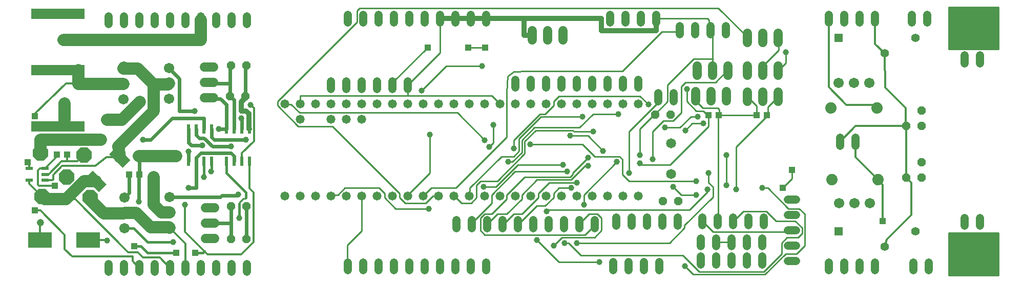
<source format=gbl>
G75*
%MOIN*%
%OFA0B0*%
%FSLAX25Y25*%
%IPPOS*%
%LPD*%
%AMOC8*
5,1,8,0,0,1.08239X$1,22.5*
%
%ADD10OC8,0.05200*%
%ADD11C,0.06000*%
%ADD12OC8,0.10000*%
%ADD13C,0.05800*%
%ADD14C,0.06750*%
%ADD15R,0.02100X0.06300*%
%ADD16C,0.06500*%
%ADD17C,0.05200*%
%ADD18R,0.15748X0.09843*%
%ADD19R,0.35000X0.07000*%
%ADD20R,0.05543X0.05543*%
%ADD21C,0.05543*%
%ADD22C,0.07400*%
%ADD23R,0.03937X0.04331*%
%ADD24R,0.07087X0.12598*%
%ADD25R,0.04724X0.02362*%
%ADD26C,0.02400*%
%ADD27C,0.03962*%
%ADD28C,0.01000*%
%ADD29C,0.01575*%
%ADD30C,0.03200*%
%ADD31C,0.03187*%
%ADD32C,0.00984*%
%ADD33R,0.03962X0.03962*%
%ADD34C,0.05000*%
%ADD35C,0.07874*%
%ADD36C,0.01200*%
%ADD37C,0.04750*%
%ADD38R,0.04750X0.04750*%
%ADD39C,0.04000*%
%ADD40C,0.01600*%
%ADD41R,0.03100X0.03100*%
%ADD42C,0.03100*%
D10*
X0251967Y0149681D03*
X0261967Y0149681D03*
X0261967Y0171020D03*
X0251967Y0171020D03*
X0251573Y0242634D03*
X0261573Y0242634D03*
X0261967Y0262594D03*
X0251967Y0262594D03*
X0528089Y0230665D03*
X0538089Y0230665D03*
X0533148Y0174209D03*
X0543148Y0174209D03*
X0691396Y0189799D03*
X0701396Y0189799D03*
X0701396Y0199799D03*
X0701396Y0223264D03*
X0691396Y0223264D03*
X0701396Y0233264D03*
D11*
X0607974Y0239366D02*
X0607974Y0245366D01*
X0597974Y0245366D02*
X0597974Y0239366D01*
X0587974Y0239366D02*
X0587974Y0245366D01*
X0574510Y0245681D02*
X0574510Y0239681D01*
X0564510Y0239681D02*
X0564510Y0245681D01*
X0554510Y0245681D02*
X0554510Y0239681D01*
X0555297Y0256374D02*
X0555297Y0262374D01*
X0565297Y0262374D02*
X0565297Y0256374D01*
X0575297Y0256374D02*
X0575297Y0262374D01*
X0587974Y0262453D02*
X0587974Y0256453D01*
X0597974Y0256453D02*
X0597974Y0262453D01*
X0607974Y0262453D02*
X0607974Y0256453D01*
X0608100Y0277835D02*
X0608100Y0283835D01*
X0598100Y0283835D02*
X0598100Y0277835D01*
X0588100Y0277835D02*
X0588100Y0283835D01*
X0468112Y0285382D02*
X0468112Y0279382D01*
X0458112Y0279382D02*
X0458112Y0285382D01*
X0448112Y0285382D02*
X0448112Y0279382D01*
X0240793Y0261650D02*
X0234793Y0261650D01*
X0234793Y0251650D02*
X0240793Y0251650D01*
X0240793Y0241650D02*
X0234793Y0241650D01*
X0235581Y0169988D02*
X0241581Y0169988D01*
X0241581Y0159988D02*
X0235581Y0159988D01*
X0235581Y0149988D02*
X0241581Y0149988D01*
D12*
X0160510Y0176807D03*
X0145116Y0189878D03*
X0129014Y0177516D03*
X0128069Y0205665D03*
X0156415Y0204484D03*
D13*
X0287100Y0177862D03*
X0297100Y0177862D03*
X0307100Y0177862D03*
X0317100Y0177862D03*
X0327100Y0177862D03*
X0337100Y0177862D03*
X0347100Y0177862D03*
X0357100Y0177862D03*
X0367100Y0177862D03*
X0377100Y0177862D03*
X0387100Y0177862D03*
X0397100Y0177862D03*
X0407100Y0177862D03*
X0417100Y0177862D03*
X0427100Y0177862D03*
X0437100Y0177862D03*
X0447100Y0177862D03*
X0457100Y0177862D03*
X0467100Y0177862D03*
X0477100Y0177862D03*
X0487100Y0177862D03*
X0497100Y0177862D03*
X0507100Y0177862D03*
X0517100Y0177862D03*
X0517100Y0237862D03*
X0507100Y0237862D03*
X0497100Y0237862D03*
X0487100Y0237862D03*
X0477100Y0237862D03*
X0467100Y0237862D03*
X0457100Y0237862D03*
X0447100Y0237862D03*
X0437100Y0237862D03*
X0427100Y0237862D03*
X0417100Y0237862D03*
X0407100Y0237862D03*
X0397100Y0237862D03*
X0387100Y0237862D03*
X0377100Y0237862D03*
X0367100Y0237862D03*
X0357100Y0237862D03*
X0347100Y0237862D03*
X0337100Y0237862D03*
X0327100Y0237862D03*
X0317100Y0237862D03*
X0307100Y0237862D03*
X0297100Y0237862D03*
X0287100Y0237862D03*
X0297100Y0227862D03*
X0317100Y0227862D03*
X0327100Y0227862D03*
X0337100Y0227862D03*
D14*
X0211793Y0240941D03*
X0211793Y0250941D03*
X0211793Y0260941D03*
X0181998Y0260862D03*
X0181998Y0250862D03*
X0181998Y0240862D03*
X0182675Y0176650D03*
X0182675Y0166650D03*
X0182675Y0156650D03*
X0212085Y0157043D03*
X0212085Y0167043D03*
X0212085Y0177043D03*
X0647852Y0173146D03*
X0657852Y0173146D03*
X0667852Y0173146D03*
X0667360Y0251394D03*
X0657360Y0251394D03*
X0647360Y0251394D03*
D15*
X0263955Y0221312D03*
X0258955Y0221312D03*
X0253955Y0221312D03*
X0248955Y0221312D03*
X0239545Y0221312D03*
X0234545Y0221312D03*
X0229545Y0221312D03*
X0224545Y0221312D03*
X0224545Y0200412D03*
X0229545Y0200412D03*
X0234545Y0200412D03*
X0239545Y0200412D03*
X0248955Y0200412D03*
X0253955Y0200412D03*
X0258955Y0200412D03*
X0263955Y0200412D03*
D16*
X0538435Y0192185D03*
X0538435Y0212185D03*
D17*
X0172557Y0133423D02*
X0172557Y0128223D01*
X0182557Y0128223D02*
X0182557Y0133423D01*
X0192557Y0133423D02*
X0192557Y0128223D01*
X0202557Y0128223D02*
X0202557Y0133423D01*
X0212557Y0133423D02*
X0212557Y0128223D01*
X0222557Y0128223D02*
X0222557Y0133423D01*
X0232557Y0133423D02*
X0232557Y0128223D01*
X0242557Y0128223D02*
X0242557Y0133423D01*
X0252557Y0133423D02*
X0252557Y0128223D01*
X0262557Y0128223D02*
X0262557Y0133423D01*
X0328069Y0134407D02*
X0328069Y0129207D01*
X0338069Y0129207D02*
X0338069Y0134407D01*
X0348069Y0134407D02*
X0348069Y0129207D01*
X0358069Y0129207D02*
X0358069Y0134407D01*
X0368069Y0134407D02*
X0368069Y0129207D01*
X0378069Y0129207D02*
X0378069Y0134407D01*
X0388069Y0134407D02*
X0388069Y0129207D01*
X0398069Y0129207D02*
X0398069Y0134407D01*
X0408069Y0134407D02*
X0408069Y0129207D01*
X0418069Y0129207D02*
X0418069Y0134407D01*
X0418935Y0156766D02*
X0418935Y0161966D01*
X0408935Y0161966D02*
X0408935Y0156766D01*
X0398935Y0156766D02*
X0398935Y0161966D01*
X0428935Y0161966D02*
X0428935Y0156766D01*
X0438935Y0156766D02*
X0438935Y0161966D01*
X0448935Y0161966D02*
X0448935Y0156766D01*
X0458935Y0156766D02*
X0458935Y0161966D01*
X0468935Y0161966D02*
X0468935Y0156766D01*
X0478935Y0156766D02*
X0478935Y0161966D01*
X0488935Y0161966D02*
X0488935Y0156766D01*
X0502872Y0158490D02*
X0502872Y0163690D01*
X0512872Y0163690D02*
X0512872Y0158490D01*
X0522872Y0158490D02*
X0522872Y0163690D01*
X0532872Y0163690D02*
X0532872Y0158490D01*
X0542872Y0158490D02*
X0542872Y0163690D01*
X0558667Y0163738D02*
X0558667Y0158538D01*
X0568667Y0158538D02*
X0568667Y0163738D01*
X0578667Y0163738D02*
X0578667Y0158538D01*
X0588667Y0158538D02*
X0588667Y0163738D01*
X0598667Y0163738D02*
X0598667Y0158538D01*
X0614563Y0155429D02*
X0619763Y0155429D01*
X0619763Y0145429D02*
X0614563Y0145429D01*
X0597793Y0144955D02*
X0597793Y0150155D01*
X0587793Y0150155D02*
X0587793Y0144955D01*
X0587793Y0138344D02*
X0587793Y0133144D01*
X0597793Y0133144D02*
X0597793Y0138344D01*
X0614563Y0135429D02*
X0619763Y0135429D01*
X0640963Y0134407D02*
X0640963Y0129207D01*
X0650963Y0129207D02*
X0650963Y0134407D01*
X0660963Y0134407D02*
X0660963Y0129207D01*
X0670963Y0129207D02*
X0670963Y0134407D01*
X0696081Y0134407D02*
X0696081Y0129207D01*
X0706081Y0129207D02*
X0706081Y0134407D01*
X0729545Y0158243D02*
X0729545Y0163443D01*
X0739545Y0163443D02*
X0739545Y0158243D01*
X0658344Y0210408D02*
X0658344Y0215608D01*
X0648344Y0215608D02*
X0648344Y0210408D01*
X0619763Y0175429D02*
X0614563Y0175429D01*
X0614563Y0165429D02*
X0619763Y0165429D01*
X0577793Y0150155D02*
X0577793Y0144955D01*
X0567793Y0144955D02*
X0567793Y0150155D01*
X0557793Y0150155D02*
X0557793Y0144955D01*
X0557793Y0138344D02*
X0557793Y0133144D01*
X0567793Y0133144D02*
X0567793Y0138344D01*
X0577793Y0138344D02*
X0577793Y0133144D01*
X0530938Y0134607D02*
X0530938Y0129407D01*
X0520938Y0129407D02*
X0520938Y0134607D01*
X0510938Y0134607D02*
X0510938Y0129407D01*
X0500938Y0129407D02*
X0500938Y0134607D01*
X0530234Y0239443D02*
X0530234Y0244643D01*
X0517203Y0248302D02*
X0517203Y0253502D01*
X0507203Y0253502D02*
X0507203Y0248302D01*
X0497203Y0248302D02*
X0497203Y0253502D01*
X0487203Y0253502D02*
X0487203Y0248302D01*
X0477203Y0248302D02*
X0477203Y0253502D01*
X0467203Y0253502D02*
X0467203Y0248302D01*
X0457203Y0248302D02*
X0457203Y0253502D01*
X0447203Y0253502D02*
X0447203Y0248302D01*
X0437203Y0248302D02*
X0437203Y0253502D01*
X0367065Y0252517D02*
X0367065Y0247317D01*
X0357065Y0247317D02*
X0357065Y0252517D01*
X0347065Y0252517D02*
X0347065Y0247317D01*
X0337065Y0247317D02*
X0337065Y0252517D01*
X0327065Y0252517D02*
X0327065Y0247317D01*
X0317065Y0247317D02*
X0317065Y0252517D01*
X0328069Y0290624D02*
X0328069Y0295824D01*
X0338069Y0295824D02*
X0338069Y0290624D01*
X0348069Y0290624D02*
X0348069Y0295824D01*
X0358069Y0295824D02*
X0358069Y0290624D01*
X0368069Y0290624D02*
X0368069Y0295824D01*
X0378069Y0295824D02*
X0378069Y0290624D01*
X0388069Y0290624D02*
X0388069Y0295824D01*
X0398069Y0295824D02*
X0398069Y0290624D01*
X0408069Y0290624D02*
X0408069Y0295824D01*
X0418069Y0295824D02*
X0418069Y0290624D01*
X0498738Y0290624D02*
X0498738Y0295824D01*
X0508738Y0295824D02*
X0508738Y0290624D01*
X0518738Y0290624D02*
X0518738Y0295824D01*
X0528738Y0295824D02*
X0528738Y0290624D01*
X0544211Y0288210D02*
X0544211Y0283010D01*
X0554211Y0283010D02*
X0554211Y0288210D01*
X0564211Y0288210D02*
X0564211Y0283010D01*
X0574211Y0283010D02*
X0574211Y0288210D01*
X0640963Y0290624D02*
X0640963Y0295824D01*
X0650963Y0295824D02*
X0650963Y0290624D01*
X0660963Y0290624D02*
X0660963Y0295824D01*
X0670963Y0295824D02*
X0670963Y0290624D01*
X0695077Y0290624D02*
X0695077Y0295824D01*
X0705077Y0295824D02*
X0705077Y0290624D01*
X0729526Y0269250D02*
X0729526Y0264050D01*
X0739526Y0264050D02*
X0739526Y0269250D01*
X0540234Y0244643D02*
X0540234Y0239443D01*
X0262557Y0289640D02*
X0262557Y0294840D01*
X0252557Y0294840D02*
X0252557Y0289640D01*
X0242557Y0289640D02*
X0242557Y0294840D01*
X0232557Y0294840D02*
X0232557Y0289640D01*
X0222557Y0289640D02*
X0222557Y0294840D01*
X0212557Y0294840D02*
X0212557Y0289640D01*
X0202557Y0289640D02*
X0202557Y0294840D01*
X0192557Y0294840D02*
X0192557Y0289640D01*
X0182557Y0289640D02*
X0182557Y0294840D01*
X0172557Y0294840D02*
X0172557Y0289640D01*
D18*
X0159156Y0148933D03*
X0127659Y0148933D03*
D19*
X0139439Y0222988D03*
X0139439Y0259602D03*
X0139439Y0296295D03*
D20*
X0647380Y0280843D03*
X0647380Y0154858D03*
D21*
X0677380Y0144858D03*
X0697380Y0154858D03*
X0677380Y0270843D03*
X0697380Y0280843D03*
D22*
X0672518Y0235154D03*
X0642518Y0235154D03*
X0643010Y0188402D03*
X0673010Y0188402D03*
D23*
X0600825Y0230232D03*
X0594132Y0230232D03*
X0569329Y0230232D03*
X0562636Y0230232D03*
X0192360Y0191846D03*
X0185667Y0191846D03*
X0145608Y0204642D03*
X0138915Y0204642D03*
D24*
G36*
X0157112Y0189392D02*
X0162123Y0194403D01*
X0171030Y0185496D01*
X0166019Y0180485D01*
X0157112Y0189392D01*
G37*
G36*
X0172702Y0204982D02*
X0177713Y0209993D01*
X0186620Y0201086D01*
X0181609Y0196075D01*
X0172702Y0204982D01*
G37*
D25*
X0131163Y0195587D03*
X0131163Y0191846D03*
X0131163Y0188106D03*
X0120880Y0188106D03*
X0120880Y0195587D03*
D26*
X0182675Y0176650D02*
X0185667Y0179642D01*
X0185667Y0191846D01*
X0191967Y0191453D02*
X0192360Y0191846D01*
X0192360Y0203264D01*
X0191967Y0203657D01*
X0194919Y0214484D02*
X0199841Y0214484D01*
X0213620Y0228264D01*
X0234289Y0228264D01*
X0234289Y0221568D01*
X0234545Y0221312D01*
X0229545Y0221312D02*
X0229545Y0217260D01*
X0231337Y0215469D01*
X0234289Y0215469D01*
X0240195Y0210055D01*
X0252006Y0210055D01*
X0252006Y0205626D02*
X0253974Y0203657D01*
X0253974Y0200432D01*
X0253955Y0200412D01*
X0253974Y0200393D01*
X0252006Y0205626D02*
X0232321Y0205626D01*
X0229368Y0202673D01*
X0229368Y0200235D01*
X0229545Y0200412D01*
X0229368Y0200235D02*
X0229368Y0182988D01*
X0224447Y0182988D01*
X0212124Y0177083D02*
X0212085Y0177043D01*
X0245077Y0177043D01*
X0246100Y0178067D01*
X0256435Y0178067D01*
X0256927Y0178559D01*
X0251967Y0171020D02*
X0251967Y0159366D01*
X0251344Y0159988D01*
X0238581Y0159988D01*
X0251967Y0159366D02*
X0251967Y0149681D01*
X0261967Y0149681D02*
X0261967Y0171020D01*
X0224545Y0200412D02*
X0224545Y0205528D01*
X0224447Y0206610D01*
X0226415Y0210547D02*
X0224545Y0212417D01*
X0224545Y0221312D01*
X0224447Y0221411D01*
X0239545Y0221312D02*
X0239545Y0216118D01*
X0241179Y0214484D01*
X0261848Y0214484D01*
X0258955Y0221312D02*
X0258955Y0228205D01*
X0258896Y0228264D01*
X0253955Y0221312D02*
X0253955Y0240252D01*
X0251573Y0242634D01*
X0251573Y0250902D01*
X0238541Y0250902D01*
X0237793Y0251650D01*
X0251573Y0250902D02*
X0251573Y0262201D01*
X0251967Y0262594D01*
X0261573Y0262201D02*
X0261967Y0262594D01*
X0261573Y0262201D02*
X0261573Y0242634D01*
X0248955Y0237220D02*
X0245116Y0241059D01*
X0238384Y0241059D01*
X0237793Y0241650D01*
X0248955Y0237220D02*
X0248955Y0221312D01*
X0244194Y0221312D01*
X0244132Y0221374D01*
X0233305Y0210547D02*
X0226415Y0210547D01*
X0191967Y0191453D02*
X0191967Y0174130D01*
X0218541Y0233185D02*
X0218541Y0254193D01*
X0211793Y0260941D01*
X0218541Y0233185D02*
X0228384Y0233185D01*
D27*
X0228384Y0233185D03*
X0244132Y0221374D03*
X0258896Y0228264D03*
X0264801Y0237122D03*
X0261848Y0214484D03*
X0252006Y0210055D03*
X0233305Y0210547D03*
X0224447Y0206610D03*
X0239211Y0193815D03*
X0234289Y0189878D03*
X0224447Y0182988D03*
X0201809Y0189878D03*
X0191967Y0174130D03*
X0221986Y0172161D03*
X0256927Y0178559D03*
X0257419Y0163303D03*
X0214604Y0147555D03*
X0171297Y0148539D03*
X0194919Y0214484D03*
X0376163Y0246370D03*
X0415486Y0262457D03*
X0480726Y0229390D03*
X0487876Y0219559D03*
X0472683Y0216878D03*
X0494132Y0207047D03*
X0484301Y0202579D03*
X0484301Y0197217D03*
X0470896Y0193642D03*
X0468215Y0198110D03*
X0477152Y0186492D03*
X0473577Y0182917D03*
X0481620Y0172193D03*
X0457490Y0167724D03*
X0451234Y0148957D03*
X0461959Y0145382D03*
X0469108Y0147169D03*
X0477152Y0147169D03*
X0491844Y0134764D03*
X0547478Y0132008D03*
X0554904Y0178449D03*
X0562053Y0182024D03*
X0554904Y0187386D03*
X0562947Y0192748D03*
X0574565Y0184705D03*
X0580821Y0182024D03*
X0597801Y0182917D03*
X0574565Y0204366D03*
X0547754Y0220453D03*
X0559372Y0224921D03*
X0555797Y0229390D03*
X0534348Y0222240D03*
X0523624Y0237433D03*
X0503963Y0231177D03*
X0548648Y0247264D03*
X0612994Y0271394D03*
X0518262Y0204366D03*
X0526305Y0201685D03*
X0518262Y0199004D03*
X0511112Y0192748D03*
X0503069Y0199898D03*
X0539711Y0183811D03*
X0446766Y0211516D03*
X0436041Y0208835D03*
X0419955Y0209728D03*
X0417274Y0214197D03*
X0422636Y0224028D03*
X0381526Y0217772D03*
X0432467Y0199898D03*
X0416380Y0183811D03*
X0380632Y0169512D03*
D28*
X0359183Y0169512D01*
X0352033Y0176661D01*
X0352033Y0179343D01*
X0348459Y0182917D01*
X0326116Y0182917D01*
X0321648Y0178449D01*
X0317179Y0178449D01*
X0317100Y0177862D01*
X0361864Y0176661D02*
X0365439Y0173087D01*
X0378844Y0173087D01*
X0383313Y0177555D01*
X0386888Y0177555D01*
X0387100Y0177862D01*
X0382419Y0182917D02*
X0377951Y0178449D01*
X0377100Y0177862D01*
X0382419Y0182917D02*
X0398506Y0182917D01*
X0431573Y0215984D01*
X0431573Y0245476D01*
X0432124Y0255823D01*
X0436061Y0258776D01*
X0444978Y0258882D01*
X0506644Y0258882D01*
X0532561Y0284799D01*
X0544179Y0284799D01*
X0544211Y0285610D01*
X0569203Y0299992D02*
X0587970Y0281224D01*
X0588100Y0280835D01*
X0612994Y0271394D02*
X0612994Y0264244D01*
X0608526Y0259776D01*
X0607974Y0259453D01*
X0575297Y0259374D02*
X0574565Y0258882D01*
X0567415Y0251732D01*
X0547754Y0251732D01*
X0545073Y0249051D01*
X0545073Y0232071D01*
X0539711Y0226709D01*
X0533455Y0226709D01*
X0526305Y0219559D01*
X0526305Y0201685D01*
X0519156Y0198110D02*
X0518262Y0199004D01*
X0519156Y0198110D02*
X0537923Y0198110D01*
X0562947Y0223134D01*
X0562947Y0229390D01*
X0562636Y0230232D01*
X0562053Y0230283D01*
X0559372Y0232965D01*
X0554904Y0232965D01*
X0548648Y0239220D01*
X0548648Y0247264D01*
X0536136Y0249945D02*
X0553116Y0266925D01*
X0565297Y0266925D01*
X0565628Y0266925D01*
X0536136Y0249945D02*
X0536136Y0239220D01*
X0528093Y0231177D01*
X0528089Y0230665D01*
X0527199Y0230283D01*
X0518262Y0221346D01*
X0518262Y0204366D01*
X0506644Y0201685D02*
X0504856Y0203472D01*
X0488770Y0203472D01*
X0480726Y0211516D01*
X0446766Y0211516D01*
X0443191Y0213303D02*
X0443191Y0205260D01*
X0425317Y0187386D01*
X0414593Y0187386D01*
X0411911Y0184705D01*
X0411911Y0176661D01*
X0408337Y0173087D01*
X0402081Y0173087D01*
X0397612Y0177555D01*
X0397100Y0177862D01*
X0407100Y0177862D02*
X0407443Y0178449D01*
X0407443Y0182917D01*
X0427998Y0203472D01*
X0436041Y0203472D01*
X0439616Y0207047D01*
X0439616Y0215091D01*
X0453915Y0229390D01*
X0480726Y0229390D01*
X0478939Y0222240D02*
X0487876Y0231177D01*
X0503963Y0231177D01*
X0518262Y0242795D02*
X0523624Y0237433D01*
X0529880Y0238327D02*
X0529880Y0241902D01*
X0530234Y0242043D01*
X0529880Y0238327D02*
X0511112Y0219559D01*
X0511112Y0192748D01*
X0506644Y0191854D02*
X0511112Y0187386D01*
X0554904Y0187386D01*
X0562947Y0186492D02*
X0562947Y0192748D01*
X0562947Y0186492D02*
X0565628Y0183811D01*
X0565628Y0177055D01*
X0547254Y0158681D01*
X0547254Y0157000D01*
X0537423Y0147169D01*
X0477152Y0147169D01*
X0471789Y0147169D02*
X0479833Y0139126D01*
X0545967Y0139126D01*
X0556691Y0128402D01*
X0598695Y0128402D01*
X0610313Y0140020D01*
X0610313Y0147169D01*
X0613888Y0150744D01*
X0621037Y0150744D01*
X0623719Y0153425D01*
X0623719Y0157000D01*
X0619250Y0161469D01*
X0606738Y0161469D01*
X0600482Y0167724D01*
X0585289Y0167724D01*
X0579033Y0161469D01*
X0578667Y0161138D01*
X0569203Y0161469D02*
X0568667Y0161138D01*
X0569203Y0161469D02*
X0569203Y0229390D01*
X0569329Y0230232D01*
X0555797Y0229390D02*
X0551329Y0229390D01*
X0544179Y0222240D01*
X0534348Y0222240D01*
X0547754Y0220453D02*
X0552222Y0224921D01*
X0559372Y0224921D01*
X0580821Y0209728D02*
X0600482Y0229390D01*
X0600825Y0230232D01*
X0601376Y0230283D01*
X0601376Y0235646D01*
X0607632Y0241902D01*
X0607974Y0242366D01*
X0580821Y0209728D02*
X0580821Y0182024D01*
X0574565Y0184705D02*
X0574565Y0204366D01*
X0545073Y0178449D02*
X0539711Y0183811D01*
X0545073Y0178449D02*
X0554904Y0178449D01*
X0562053Y0180236D02*
X0550435Y0168618D01*
X0458384Y0168618D01*
X0457490Y0167724D01*
X0456596Y0171299D02*
X0451234Y0171299D01*
X0439616Y0159681D01*
X0438935Y0159366D01*
X0441404Y0165937D02*
X0436041Y0165937D01*
X0429785Y0159681D01*
X0428935Y0159366D01*
X0425317Y0165937D02*
X0419061Y0159681D01*
X0418935Y0159366D01*
X0414593Y0163256D02*
X0414593Y0155213D01*
X0417274Y0152531D01*
X0482514Y0152531D01*
X0488770Y0158787D01*
X0488935Y0159366D01*
X0493238Y0163256D02*
X0493238Y0155213D01*
X0488770Y0150744D01*
X0467321Y0150744D01*
X0461959Y0145382D01*
X0469108Y0147169D02*
X0471789Y0147169D01*
X0465427Y0134764D02*
X0491844Y0134764D01*
X0465427Y0134764D02*
X0451234Y0148957D01*
X0478935Y0159366D02*
X0478939Y0159681D01*
X0485195Y0165937D01*
X0490557Y0165937D01*
X0493238Y0163256D01*
X0481620Y0172193D02*
X0481620Y0178449D01*
X0503069Y0199898D01*
X0506644Y0201685D02*
X0506644Y0191854D01*
X0484301Y0197217D02*
X0482514Y0197217D01*
X0473577Y0188280D01*
X0451234Y0188280D01*
X0441404Y0178449D01*
X0441404Y0175768D01*
X0431573Y0165937D01*
X0425317Y0165937D01*
X0421742Y0165937D02*
X0417274Y0165937D01*
X0414593Y0163256D01*
X0408935Y0159366D02*
X0408337Y0159681D01*
X0421742Y0173087D01*
X0421742Y0178449D01*
X0436935Y0193642D01*
X0470896Y0193642D01*
X0474470Y0192748D02*
X0474470Y0191854D01*
X0472683Y0190067D01*
X0443191Y0190067D01*
X0431573Y0178449D01*
X0431573Y0175768D01*
X0421742Y0165937D01*
X0441404Y0165937D02*
X0452128Y0176661D01*
X0452128Y0179343D01*
X0459278Y0186492D01*
X0477152Y0186492D01*
X0474470Y0192748D02*
X0484301Y0202579D01*
X0494132Y0207047D02*
X0484301Y0216878D01*
X0472683Y0216878D01*
X0475364Y0219559D02*
X0474470Y0220453D01*
X0450341Y0220453D01*
X0443191Y0213303D01*
X0441404Y0214197D02*
X0441404Y0206154D01*
X0435148Y0199898D01*
X0432467Y0199898D01*
X0438722Y0198110D02*
X0424423Y0183811D01*
X0416380Y0183811D01*
X0438722Y0198110D02*
X0468215Y0198110D01*
X0449447Y0222240D02*
X0441404Y0214197D01*
X0436041Y0214197D02*
X0436041Y0208835D01*
X0436041Y0214197D02*
X0453022Y0231177D01*
X0456596Y0231177D01*
X0461959Y0236539D01*
X0461959Y0239220D01*
X0465533Y0242795D01*
X0518262Y0242795D01*
X0478939Y0222240D02*
X0449447Y0222240D01*
X0475364Y0219559D02*
X0487876Y0219559D01*
X0422636Y0224028D02*
X0422636Y0212409D01*
X0419955Y0209728D01*
X0417274Y0214197D02*
X0399400Y0232071D01*
X0296624Y0232071D01*
X0291262Y0237433D01*
X0287687Y0237433D01*
X0287100Y0237862D01*
X0282325Y0236539D02*
X0282325Y0239220D01*
X0334159Y0291055D01*
X0334159Y0298205D01*
X0335947Y0299992D01*
X0569203Y0299992D01*
X0415486Y0262457D02*
X0392250Y0262457D01*
X0376163Y0246370D01*
X0318073Y0223134D02*
X0295730Y0223134D01*
X0282325Y0236539D01*
X0318073Y0223134D02*
X0361864Y0179343D01*
X0361864Y0176661D01*
X0367100Y0177862D02*
X0367226Y0178449D01*
X0381526Y0192748D01*
X0381526Y0217772D01*
X0456596Y0171299D02*
X0461959Y0176661D01*
X0461959Y0179343D01*
X0465533Y0182917D01*
X0473577Y0182917D01*
X0558667Y0161138D02*
X0559372Y0160575D01*
X0565628Y0154319D01*
X0615675Y0154319D01*
X0616569Y0155213D01*
X0617163Y0155429D01*
X0625506Y0145382D02*
X0620144Y0140020D01*
X0612994Y0140020D01*
X0599589Y0126614D01*
X0552872Y0126614D01*
X0547478Y0132008D01*
X0625506Y0145382D02*
X0625506Y0165937D01*
X0621931Y0169512D01*
X0614781Y0169512D01*
X0601376Y0182917D01*
X0597801Y0182917D01*
X0562053Y0182024D02*
X0562053Y0180236D01*
X0261848Y0176591D02*
X0261762Y0175972D01*
X0259974Y0175972D01*
X0257293Y0173291D01*
X0257419Y0172654D01*
D29*
X0257419Y0163303D01*
X0261848Y0176591D02*
X0261848Y0180035D01*
X0249053Y0192831D01*
X0249053Y0200314D01*
X0248955Y0200412D01*
X0239545Y0200412D02*
X0239545Y0194150D01*
X0239211Y0193815D01*
X0234545Y0190134D02*
X0234289Y0189878D01*
X0234545Y0190134D02*
X0234545Y0200412D01*
X0188778Y0156650D02*
X0182675Y0156650D01*
X0188778Y0156650D02*
X0197872Y0147555D01*
X0214604Y0147555D01*
D30*
X0263955Y0221312D02*
X0263817Y0221450D01*
X0263817Y0231217D01*
X0261848Y0233185D01*
X0258896Y0233185D01*
X0258896Y0239091D01*
X0261573Y0241768D01*
X0261573Y0242634D01*
X0418069Y0293224D02*
X0442951Y0293224D01*
X0442951Y0282382D01*
X0448112Y0282382D01*
X0442951Y0293224D02*
X0493148Y0293224D01*
X0493148Y0285350D01*
X0528738Y0285350D01*
X0528738Y0293224D01*
D31*
X0418069Y0293224D02*
X0408069Y0293224D01*
X0398069Y0293224D01*
X0388069Y0293224D01*
D32*
X0388069Y0270921D01*
X0367065Y0249917D01*
X0367163Y0249819D01*
X0367163Y0243028D01*
X0421935Y0243028D01*
X0427100Y0237862D01*
X0367163Y0243028D02*
X0297281Y0243028D01*
X0297100Y0242846D01*
X0297100Y0237862D01*
X0357065Y0249917D02*
X0357065Y0251630D01*
X0379959Y0274524D01*
X0406533Y0274524D02*
X0417360Y0274524D01*
X0528738Y0293224D02*
X0562045Y0293224D01*
X0563030Y0292240D01*
X0563030Y0286791D01*
X0564211Y0285610D01*
X0565297Y0284524D01*
X0565297Y0266925D01*
X0565297Y0259374D01*
X0597974Y0259453D02*
X0597974Y0262224D01*
X0608305Y0272555D01*
X0608305Y0280130D01*
X0608100Y0280835D01*
X0587974Y0242366D02*
X0594132Y0236209D01*
X0594132Y0230232D01*
X0569329Y0230232D01*
X0569919Y0230823D01*
X0569919Y0234169D01*
X0568935Y0235154D01*
X0559093Y0235154D01*
X0554510Y0239736D01*
X0554510Y0242681D01*
X0617163Y0194799D02*
X0617163Y0188894D01*
X0611258Y0182988D01*
X0577793Y0147555D02*
X0567793Y0147555D01*
X0337100Y0154894D02*
X0327793Y0145587D01*
X0327793Y0132083D01*
X0328069Y0131807D01*
X0337100Y0154894D02*
X0337100Y0177862D01*
D33*
X0228876Y0140665D03*
X0216573Y0140665D03*
X0189014Y0145094D03*
X0124545Y0168224D03*
X0137341Y0184465D03*
X0119624Y0199720D03*
X0124545Y0229740D03*
X0379959Y0274524D03*
X0406533Y0274524D03*
X0417360Y0274524D03*
X0617163Y0194799D03*
X0611258Y0182988D03*
X0676219Y0161335D03*
D34*
X0153581Y0258776D02*
X0152754Y0259602D01*
X0139439Y0259602D01*
D35*
X0152754Y0259602D02*
X0152754Y0250862D01*
X0181998Y0250862D01*
X0191356Y0260862D02*
X0201809Y0250409D01*
X0211262Y0250409D01*
X0211793Y0250941D01*
X0201809Y0250409D02*
X0201809Y0233185D01*
X0178677Y0210053D01*
X0179661Y0203034D01*
X0191967Y0203657D02*
X0216573Y0203657D01*
X0201809Y0189878D02*
X0201809Y0172161D01*
X0206927Y0167043D01*
X0212085Y0167043D01*
X0211730Y0157398D02*
X0199841Y0157398D01*
X0190589Y0166650D01*
X0182675Y0166650D01*
X0182281Y0166256D01*
X0169329Y0166256D01*
X0160510Y0175075D01*
X0160510Y0176807D01*
X0156560Y0187444D02*
X0144722Y0175606D01*
X0130923Y0175606D01*
X0129014Y0177516D01*
X0129565Y0178067D01*
X0156560Y0187444D02*
X0164071Y0187444D01*
X0128069Y0205665D02*
X0128069Y0212516D01*
X0127990Y0212516D01*
X0127990Y0214484D01*
X0167360Y0214484D01*
X0171297Y0227280D02*
X0181140Y0227280D01*
X0192951Y0239091D01*
X0143738Y0238106D02*
X0143738Y0227287D01*
X0181998Y0260862D02*
X0191356Y0260862D01*
X0182557Y0261421D02*
X0181998Y0260862D01*
X0143246Y0279445D02*
X0232321Y0279445D01*
X0232557Y0292240D01*
X0211730Y0157398D02*
X0212085Y0157043D01*
D36*
X0222557Y0146571D01*
X0222557Y0130823D01*
X0212557Y0130823D02*
X0205667Y0137713D01*
X0194919Y0137713D01*
X0191474Y0141157D01*
X0185077Y0141157D01*
X0150628Y0175606D01*
X0144722Y0175606D01*
X0129014Y0177516D02*
X0120880Y0185650D01*
X0120880Y0188106D01*
X0126514Y0184957D02*
X0127006Y0184465D01*
X0137341Y0184465D01*
X0135864Y0187909D02*
X0131360Y0187909D01*
X0131163Y0188106D01*
X0131163Y0191846D02*
X0133404Y0191846D01*
X0141770Y0200213D01*
X0145215Y0200213D01*
X0145608Y0200606D01*
X0145608Y0204642D01*
X0138915Y0204642D02*
X0138915Y0203339D01*
X0131163Y0195587D01*
X0127793Y0195587D01*
X0126514Y0194307D01*
X0126514Y0184957D01*
X0135864Y0187909D02*
X0136356Y0188402D01*
X0136356Y0191354D01*
X0142262Y0197260D01*
X0163915Y0197260D01*
X0171166Y0203034D01*
X0179661Y0203034D01*
X0156415Y0204484D02*
X0152144Y0200213D01*
X0145215Y0200213D01*
X0120880Y0198465D02*
X0120880Y0195587D01*
X0120880Y0198465D02*
X0119624Y0199720D01*
X0124545Y0229740D02*
X0124545Y0231217D01*
X0144722Y0250902D01*
X0152715Y0250902D01*
X0152754Y0250862D01*
X0264801Y0237122D02*
X0267262Y0235154D01*
X0267262Y0213500D01*
X0258955Y0205685D01*
X0258955Y0200412D01*
X0263955Y0200412D02*
X0263955Y0182850D01*
X0266770Y0180035D01*
X0266770Y0147555D01*
X0258896Y0139681D01*
X0236750Y0139681D01*
X0234781Y0141650D01*
X0221986Y0154445D01*
X0221986Y0172161D01*
X0171297Y0148539D02*
X0170904Y0148933D01*
X0159156Y0148933D01*
X0148659Y0138205D02*
X0143738Y0143126D01*
X0143738Y0152476D01*
X0127990Y0168224D01*
X0124545Y0168224D01*
X0127990Y0160350D02*
X0127659Y0160020D01*
X0127659Y0148933D01*
X0148659Y0138205D02*
X0188030Y0138205D01*
X0188030Y0135350D01*
X0192557Y0130823D01*
X0640963Y0248756D02*
X0652596Y0237122D01*
X0670549Y0237122D01*
X0672518Y0235154D01*
X0677872Y0248264D02*
X0690982Y0235154D01*
X0690982Y0223677D01*
X0691396Y0223264D01*
X0658600Y0223264D01*
X0648344Y0213008D01*
X0658344Y0213008D02*
X0658344Y0203067D01*
X0673010Y0188402D01*
X0676219Y0185193D01*
X0676219Y0161335D01*
X0678856Y0149209D02*
X0694919Y0165272D01*
X0694919Y0186276D01*
X0691396Y0189799D01*
X0691396Y0223264D01*
X0677872Y0248264D02*
X0677380Y0270843D01*
X0670963Y0276768D01*
X0670963Y0293224D01*
X0640963Y0293224D02*
X0640963Y0248756D01*
X0678856Y0149209D02*
X0677380Y0144858D01*
D37*
X0216573Y0203657D03*
X0191967Y0203657D03*
X0167360Y0214484D03*
X0171297Y0227280D03*
X0192951Y0239091D03*
X0143738Y0238106D03*
X0127990Y0160350D03*
D38*
X0143246Y0279445D03*
D39*
X0143738Y0227287D02*
X0139439Y0222988D01*
D40*
X0189014Y0145094D02*
X0193443Y0145094D01*
X0197872Y0140665D01*
X0216573Y0140665D01*
X0228876Y0140665D02*
X0233797Y0140665D01*
X0234781Y0141650D01*
X0719526Y0141517D02*
X0751022Y0141517D01*
X0751022Y0143115D02*
X0719526Y0143115D01*
X0719526Y0144714D02*
X0751022Y0144714D01*
X0751022Y0146312D02*
X0719526Y0146312D01*
X0719526Y0147911D02*
X0751022Y0147911D01*
X0751022Y0149509D02*
X0719526Y0149509D01*
X0719526Y0151108D02*
X0751022Y0151108D01*
X0751022Y0152706D02*
X0719526Y0152706D01*
X0719526Y0153461D02*
X0719526Y0126233D01*
X0751022Y0126233D01*
X0751022Y0153461D01*
X0719526Y0153461D01*
X0719526Y0139918D02*
X0751022Y0139918D01*
X0751022Y0138320D02*
X0719526Y0138320D01*
X0719526Y0136721D02*
X0751022Y0136721D01*
X0751022Y0135123D02*
X0719526Y0135123D01*
X0719526Y0133524D02*
X0751022Y0133524D01*
X0751022Y0131926D02*
X0719526Y0131926D01*
X0719526Y0130327D02*
X0751022Y0130327D01*
X0751022Y0128729D02*
X0719526Y0128729D01*
X0719526Y0127130D02*
X0751022Y0127130D01*
X0751022Y0273539D02*
X0719526Y0273539D01*
X0719526Y0300334D01*
X0751022Y0300334D01*
X0751022Y0273539D01*
X0751022Y0274193D02*
X0719526Y0274193D01*
X0719526Y0275792D02*
X0751022Y0275792D01*
X0751022Y0277390D02*
X0719526Y0277390D01*
X0719526Y0278989D02*
X0751022Y0278989D01*
X0751022Y0280587D02*
X0719526Y0280587D01*
X0719526Y0282186D02*
X0751022Y0282186D01*
X0751022Y0283784D02*
X0719526Y0283784D01*
X0719526Y0285383D02*
X0751022Y0285383D01*
X0751022Y0286981D02*
X0719526Y0286981D01*
X0719526Y0288580D02*
X0751022Y0288580D01*
X0751022Y0290178D02*
X0719526Y0290178D01*
X0719526Y0291777D02*
X0751022Y0291777D01*
X0751022Y0293375D02*
X0719526Y0293375D01*
X0719526Y0294974D02*
X0751022Y0294974D01*
X0751022Y0296572D02*
X0719526Y0296572D01*
X0719526Y0298171D02*
X0751022Y0298171D01*
X0751022Y0299769D02*
X0719526Y0299769D01*
D41*
X0733482Y0297220D03*
X0733482Y0294720D03*
X0733482Y0292220D03*
X0733482Y0289720D03*
X0733482Y0287220D03*
X0733482Y0284720D03*
X0733482Y0282220D03*
X0733482Y0279720D03*
X0735982Y0279720D03*
X0735982Y0282220D03*
X0735982Y0284720D03*
X0735982Y0287220D03*
X0735982Y0289720D03*
X0735982Y0292220D03*
X0735982Y0294720D03*
X0735982Y0297220D03*
X0736041Y0147417D03*
X0735982Y0144917D03*
X0735982Y0142417D03*
X0735982Y0139917D03*
X0735982Y0137417D03*
X0735982Y0134917D03*
X0735982Y0132417D03*
X0735982Y0129917D03*
X0733482Y0129917D03*
X0733482Y0132417D03*
X0733482Y0134917D03*
X0733482Y0137417D03*
X0733482Y0139917D03*
X0733482Y0142417D03*
X0733482Y0144917D03*
X0733482Y0147417D03*
D42*
X0730982Y0147417D03*
X0738482Y0147417D03*
X0738482Y0129917D03*
X0730982Y0129917D03*
X0730982Y0279720D03*
X0738482Y0279720D03*
X0738482Y0297220D03*
X0730982Y0297220D03*
M02*

</source>
